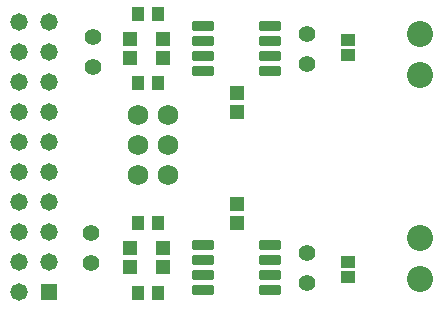
<source format=gts>
G04*
G04 #@! TF.GenerationSoftware,Altium Limited,Altium Designer,20.0.12 (288)*
G04*
G04 Layer_Color=8388736*
%FSLAX25Y25*%
%MOIN*%
G70*
G01*
G75*
%ADD19R,0.04737X0.04737*%
%ADD20R,0.04343X0.04737*%
%ADD21R,0.04540X0.03950*%
G04:AMPARAMS|DCode=22|XSize=33.59mil|YSize=72.96mil|CornerRadius=5.92mil|HoleSize=0mil|Usage=FLASHONLY|Rotation=90.000|XOffset=0mil|YOffset=0mil|HoleType=Round|Shape=RoundedRectangle|*
%AMROUNDEDRECTD22*
21,1,0.03359,0.06112,0,0,90.0*
21,1,0.02175,0.07296,0,0,90.0*
1,1,0.01184,0.03056,0.01088*
1,1,0.01184,0.03056,-0.01088*
1,1,0.01184,-0.03056,-0.01088*
1,1,0.01184,-0.03056,0.01088*
%
%ADD22ROUNDEDRECTD22*%
%ADD23C,0.05524*%
%ADD24C,0.08674*%
%ADD25C,0.06800*%
%ADD26R,0.05800X0.05800*%
%ADD27C,0.05800*%
D19*
X265103Y392194D02*
D03*
Y385895D02*
D03*
X229603Y371395D02*
D03*
Y377694D02*
D03*
X240603Y371395D02*
D03*
Y377694D02*
D03*
X265103Y422895D02*
D03*
Y429194D02*
D03*
X240603Y440895D02*
D03*
Y447194D02*
D03*
X229603Y440895D02*
D03*
Y447194D02*
D03*
D20*
X238949Y386044D02*
D03*
X232257D02*
D03*
X238949Y362544D02*
D03*
X232257D02*
D03*
X238949Y455544D02*
D03*
X232257D02*
D03*
X238949Y432544D02*
D03*
X232257D02*
D03*
D21*
X302103Y368084D02*
D03*
Y373005D02*
D03*
Y442084D02*
D03*
Y447005D02*
D03*
D22*
X253981Y378544D02*
D03*
Y373544D02*
D03*
Y368544D02*
D03*
Y363544D02*
D03*
X276225Y378544D02*
D03*
Y373544D02*
D03*
Y368544D02*
D03*
Y363544D02*
D03*
X253981Y451544D02*
D03*
Y446544D02*
D03*
Y441544D02*
D03*
Y436544D02*
D03*
X276225Y451544D02*
D03*
Y446544D02*
D03*
Y441544D02*
D03*
Y436544D02*
D03*
D23*
X216603Y372544D02*
D03*
Y382544D02*
D03*
X288603Y376044D02*
D03*
Y366044D02*
D03*
Y439044D02*
D03*
Y449044D02*
D03*
X217103Y438044D02*
D03*
Y448044D02*
D03*
D24*
X326103Y367265D02*
D03*
Y381044D02*
D03*
Y435265D02*
D03*
Y449044D02*
D03*
D25*
X232103Y402044D02*
D03*
Y412044D02*
D03*
Y422044D02*
D03*
X242103D02*
D03*
Y412044D02*
D03*
Y402044D02*
D03*
D26*
X202603Y363044D02*
D03*
D27*
Y373044D02*
D03*
Y383044D02*
D03*
Y393044D02*
D03*
X202603Y403044D02*
D03*
X202603Y413044D02*
D03*
Y423044D02*
D03*
Y433044D02*
D03*
Y443044D02*
D03*
Y453044D02*
D03*
X192603Y363044D02*
D03*
X192603Y373044D02*
D03*
X192603Y383044D02*
D03*
Y393044D02*
D03*
X192603Y403044D02*
D03*
X192603Y413044D02*
D03*
Y423044D02*
D03*
Y433044D02*
D03*
X192603Y443044D02*
D03*
Y453044D02*
D03*
M02*

</source>
